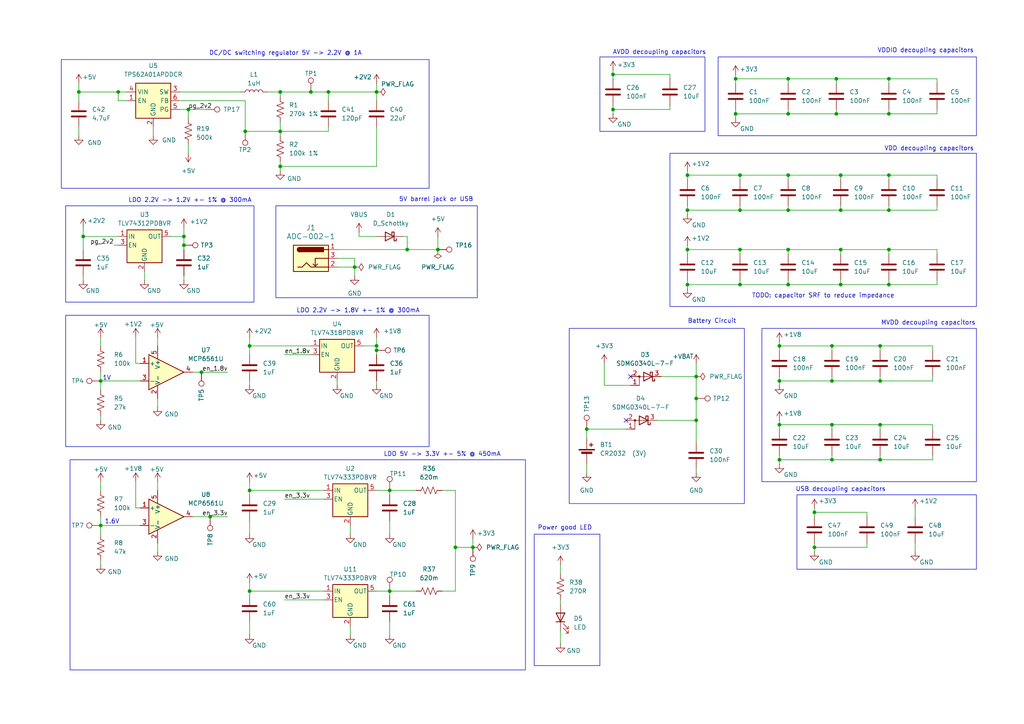
<source format=kicad_sch>
(kicad_sch (version 20250114) (generator "eeschema") (generator_version "9.0")
  (paper "A4")
  (rectangle (start 165.1 95.25) (end 215.9 146.05))
  (rectangle (start 154.94 154.94) (end 173.99 193.04))
  (rectangle (start 19.05 91.44) (end 124.46 129.54))
  (rectangle (start 173.99 16.51) (end 204.47 38.1))
  (rectangle (start 231.14 143.51) (end 283.21 165.1))
  (rectangle (start 220.98 95.25) (end 283.21 139.7))
  (rectangle (start 80.01 59.69) (end 138.43 86.36))
  (rectangle (start 19.05 59.69) (end 73.66 87.63))
  (rectangle (start 20.32 133.35) (end 152.4 194.31))
  (rectangle (start 208.28 16.51) (end 283.21 39.37))
  (rectangle (start 17.78 17.272) (end 124.46 54.61))
  (rectangle (start 194.31 44.45) (end 283.21 88.9))
  (text "LDO 2.2V -> 1.8V +- 1% @ 300mA" (at 103.886 90.17 0) (effects (font (size 1.27 1.27))))
  (text "5V barrel jack or USB" (at 126.492 57.912 0) (effects (font (size 1.27 1.27))))
  (text "TODO: capacitor SRF to reduce impedance" (at 238.76 85.852 0) (effects (font (size 1.27 1.27))))
  (text "VDD decoupling capacitors" (at 269.494 43.18 0) (effects (font (size 1.27 1.27))))
  (text "Power good LED" (at 163.83 153.162 0) (effects (font (size 1.27 1.27))))
  (text "USB decoupling capacitors" (at 243.84 141.986 0) (effects (font (size 1.27 1.27))))
  (text "LDO 2.2V -> 1.2V +- 1% @ 300mA" (at 55.118 58.166 0) (effects (font (size 1.27 1.27))))
  (text "Battery Circuit" (at 206.502 93.218 0) (effects (font (size 1.27 1.27))))
  (text "1.6V" (at 32.512 151.384 0) (effects (font (size 1.27 1.27))))
  (text "DC/DC switching regulator 5V -> 2.2V @ 1A" (at 82.804 15.494 0) (effects (font (size 1.27 1.27))))
  (text "MVDD decoupling capacitors" (at 269.24 93.726 0) (effects (font (size 1.27 1.27))))
  (text "AVDD decoupling capacitors" (at 191.262 15.24 0) (effects (font (size 1.27 1.27))))
  (text "VDDIO decoupling capacitors" (at 268.478 14.732 0) (effects (font (size 1.27 1.27))))
  (text "LDO 5V -> 3.3V +- 5% @ 450mA" (at 128.27 131.826 0) (effects (font (size 1.27 1.27))))
  (text "1V" (at 30.988 109.728 0) (effects (font (size 1.27 1.27))))
  (junction (at 243.84 60.96))
  (junction (at 53.34 68.58))
  (junction (at 243.84 82.55))
  (junction (at 228.6 50.8))
  (junction (at 201.93 121.92))
  (junction (at 213.36 33.02))
  (junction (at 257.81 82.55))
  (junction (at 228.6 72.39))
  (junction (at 113.03 171.45))
  (junction (at 228.6 82.55))
  (junction (at 243.84 50.8))
  (junction (at 226.06 100.33))
  (junction (at 72.39 171.45))
  (junction (at 199.39 72.39))
  (junction (at 214.63 60.96))
  (junction (at 177.8 31.75))
  (junction (at 22.86 26.67))
  (junction (at 214.63 72.39))
  (junction (at 201.93 115.57))
  (junction (at 60.96 149.86))
  (junction (at 34.29 26.67))
  (junction (at 241.3 133.35))
  (junction (at 201.93 109.22))
  (junction (at 242.57 33.02))
  (junction (at 90.17 26.67))
  (junction (at 53.34 71.12))
  (junction (at 29.21 152.4))
  (junction (at 226.06 110.49))
  (junction (at 109.22 100.33))
  (junction (at 214.63 82.55))
  (junction (at 127 72.39))
  (junction (at 226.06 133.35))
  (junction (at 81.28 38.1))
  (junction (at 54.61 31.75))
  (junction (at 226.06 123.19))
  (junction (at 199.39 50.8))
  (junction (at 71.12 38.1))
  (junction (at 118.11 72.39))
  (junction (at 228.6 22.86))
  (junction (at 255.27 110.49))
  (junction (at 242.57 22.86))
  (junction (at 257.81 72.39))
  (junction (at 199.39 60.96))
  (junction (at 81.28 48.26))
  (junction (at 170.18 124.46))
  (junction (at 213.36 22.86))
  (junction (at 255.27 123.19))
  (junction (at 228.6 33.02))
  (junction (at 72.39 100.33))
  (junction (at 95.25 26.67))
  (junction (at 257.81 22.86))
  (junction (at 137.16 158.75))
  (junction (at 255.27 100.33))
  (junction (at 236.22 158.75))
  (junction (at 255.27 133.35))
  (junction (at 199.39 82.55))
  (junction (at 132.08 158.75))
  (junction (at 177.8 21.59))
  (junction (at 257.81 33.02))
  (junction (at 241.3 123.19))
  (junction (at 29.21 110.49))
  (junction (at 257.81 60.96))
  (junction (at 236.22 148.59))
  (junction (at 24.13 68.58))
  (junction (at 58.42 107.95))
  (junction (at 113.03 142.24))
  (junction (at 81.28 26.67))
  (junction (at 102.87 77.47))
  (junction (at 228.6 60.96))
  (junction (at 72.39 142.24))
  (junction (at 109.22 101.6))
  (junction (at 109.22 26.67))
  (junction (at 241.3 110.49))
  (junction (at 243.84 72.39))
  (junction (at 257.81 50.8))
  (junction (at 241.3 100.33))
  (junction (at 214.63 50.8))
  (no_connect (at 181.61 121.92))
  (no_connect (at 182.88 109.22))
  (wire (pts (xy 55.88 149.86) (xy 60.96 149.86)))
  (wire (pts (xy 228.6 33.02) (xy 228.6 31.75)))
  (wire (pts (xy 177.8 21.59) (xy 194.31 21.59)))
  (wire (pts (xy 228.6 50.8) (xy 214.63 50.8)))
  (wire (pts (xy 271.78 22.86) (xy 257.81 22.86)))
  (wire (pts (xy 257.81 33.02) (xy 271.78 33.02)))
  (wire (pts (xy 34.29 29.21) (xy 34.29 26.67)))
  (wire (pts (xy 241.3 110.49) (xy 241.3 109.22)))
  (wire (pts (xy 118.11 68.58) (xy 116.84 68.58)))
  (wire (pts (xy 257.81 50.8) (xy 271.78 50.8)))
  (wire (pts (xy 59.69 31.75) (xy 54.61 31.75)))
  (wire (pts (xy 255.27 110.49) (xy 255.27 109.22)))
  (wire (pts (xy 199.39 60.96) (xy 199.39 62.23)))
  (wire (pts (xy 52.07 29.21) (xy 71.12 29.21)))
  (wire (pts (xy 162.56 182.88) (xy 162.56 186.69)))
  (wire (pts (xy 24.13 68.58) (xy 24.13 72.39)))
  (wire (pts (xy 199.39 60.96) (xy 214.63 60.96)))
  (wire (pts (xy 236.22 158.75) (xy 236.22 160.02)))
  (wire (pts (xy 95.25 26.67) (xy 109.22 26.67)))
  (wire (pts (xy 54.61 41.91) (xy 54.61 44.45)))
  (wire (pts (xy 228.6 60.96) (xy 243.84 60.96)))
  (wire (pts (xy 34.29 26.67) (xy 36.83 26.67)))
  (wire (pts (xy 81.28 38.1) (xy 81.28 39.37)))
  (wire (pts (xy 132.08 158.75) (xy 137.16 158.75)))
  (wire (pts (xy 243.84 50.8) (xy 243.84 52.07)))
  (wire (pts (xy 60.96 149.86) (xy 66.04 149.86)))
  (wire (pts (xy 29.21 152.4) (xy 40.64 152.4)))
  (wire (pts (xy 270.51 123.19) (xy 255.27 123.19)))
  (wire (pts (xy 71.12 29.21) (xy 71.12 38.1)))
  (wire (pts (xy 226.06 99.06) (xy 226.06 100.33)))
  (wire (pts (xy 29.21 152.4) (xy 29.21 154.94)))
  (wire (pts (xy 33.02 71.12) (xy 34.29 71.12)))
  (wire (pts (xy 177.8 20.32) (xy 177.8 21.59)))
  (wire (pts (xy 194.31 21.59) (xy 194.31 22.86)))
  (wire (pts (xy 228.6 22.86) (xy 213.36 22.86)))
  (wire (pts (xy 40.64 105.41) (xy 39.37 105.41)))
  (wire (pts (xy 53.34 68.58) (xy 53.34 71.12)))
  (wire (pts (xy 72.39 171.45) (xy 72.39 172.72)))
  (wire (pts (xy 97.79 110.49) (xy 97.79 111.76)))
  (wire (pts (xy 257.81 82.55) (xy 257.81 81.28)))
  (wire (pts (xy 257.81 72.39) (xy 243.84 72.39)))
  (wire (pts (xy 226.06 121.92) (xy 226.06 123.19)))
  (wire (pts (xy 243.84 82.55) (xy 243.84 81.28)))
  (wire (pts (xy 81.28 46.99) (xy 81.28 48.26)))
  (wire (pts (xy 242.57 33.02) (xy 257.81 33.02)))
  (wire (pts (xy 81.28 35.56) (xy 81.28 38.1)))
  (wire (pts (xy 255.27 123.19) (xy 255.27 124.46)))
  (wire (pts (xy 102.87 77.47) (xy 102.87 80.01)))
  (wire (pts (xy 214.63 82.55) (xy 228.6 82.55)))
  (wire (pts (xy 213.36 33.02) (xy 228.6 33.02)))
  (wire (pts (xy 90.17 26.67) (xy 95.25 26.67)))
  (wire (pts (xy 255.27 110.49) (xy 270.51 110.49)))
  (wire (pts (xy 255.27 133.35) (xy 270.51 133.35)))
  (wire (pts (xy 177.8 30.48) (xy 177.8 31.75)))
  (wire (pts (xy 118.11 72.39) (xy 118.11 68.58)))
  (wire (pts (xy 109.22 97.79) (xy 109.22 100.33)))
  (wire (pts (xy 257.81 73.66) (xy 257.81 72.39)))
  (wire (pts (xy 41.91 78.74) (xy 41.91 81.28)))
  (wire (pts (xy 213.36 33.02) (xy 213.36 34.29)))
  (wire (pts (xy 228.6 50.8) (xy 228.6 52.07)))
  (wire (pts (xy 29.21 107.95) (xy 29.21 110.49)))
  (wire (pts (xy 241.3 133.35) (xy 255.27 133.35)))
  (wire (pts (xy 255.27 133.35) (xy 255.27 132.08)))
  (wire (pts (xy 24.13 68.58) (xy 34.29 68.58)))
  (wire (pts (xy 128.27 171.45) (xy 132.08 171.45)))
  (wire (pts (xy 265.43 147.32) (xy 265.43 149.86)))
  (wire (pts (xy 241.3 123.19) (xy 241.3 124.46)))
  (wire (pts (xy 257.81 72.39) (xy 271.78 72.39)))
  (wire (pts (xy 82.55 102.87) (xy 90.17 102.87)))
  (wire (pts (xy 251.46 148.59) (xy 251.46 149.86)))
  (wire (pts (xy 109.22 101.6) (xy 109.22 102.87)))
  (wire (pts (xy 82.55 173.99) (xy 93.98 173.99)))
  (wire (pts (xy 226.06 110.49) (xy 226.06 111.76)))
  (wire (pts (xy 22.86 36.83) (xy 22.86 39.37)))
  (wire (pts (xy 109.22 171.45) (xy 113.03 171.45)))
  (wire (pts (xy 127 72.39) (xy 127 68.58)))
  (wire (pts (xy 228.6 72.39) (xy 214.63 72.39)))
  (wire (pts (xy 44.45 36.83) (xy 44.45 39.37)))
  (wire (pts (xy 109.22 142.24) (xy 113.03 142.24)))
  (wire (pts (xy 255.27 123.19) (xy 241.3 123.19)))
  (wire (pts (xy 77.47 26.67) (xy 81.28 26.67)))
  (wire (pts (xy 29.21 97.79) (xy 29.21 100.33)))
  (wire (pts (xy 162.56 163.83) (xy 162.56 166.37)))
  (wire (pts (xy 201.93 121.92) (xy 201.93 128.27)))
  (wire (pts (xy 191.77 109.22) (xy 201.93 109.22)))
  (wire (pts (xy 177.8 21.59) (xy 177.8 22.86)))
  (wire (pts (xy 29.21 120.65) (xy 29.21 121.92)))
  (wire (pts (xy 97.79 77.47) (xy 102.87 77.47)))
  (wire (pts (xy 101.6 152.4) (xy 101.6 154.94)))
  (wire (pts (xy 242.57 22.86) (xy 242.57 24.13)))
  (wire (pts (xy 236.22 147.32) (xy 236.22 148.59)))
  (wire (pts (xy 81.28 48.26) (xy 81.28 49.53)))
  (wire (pts (xy 228.6 82.55) (xy 228.6 81.28)))
  (wire (pts (xy 226.06 133.35) (xy 226.06 134.62)))
  (wire (pts (xy 199.39 81.28) (xy 199.39 82.55)))
  (wire (pts (xy 236.22 158.75) (xy 251.46 158.75)))
  (wire (pts (xy 242.57 22.86) (xy 228.6 22.86)))
  (wire (pts (xy 81.28 26.67) (xy 81.28 27.94)))
  (wire (pts (xy 36.83 29.21) (xy 34.29 29.21)))
  (wire (pts (xy 52.07 26.67) (xy 69.85 26.67)))
  (wire (pts (xy 213.36 31.75) (xy 213.36 33.02)))
  (wire (pts (xy 271.78 50.8) (xy 271.78 52.07)))
  (wire (pts (xy 201.93 115.57) (xy 201.93 121.92)))
  (wire (pts (xy 53.34 71.12) (xy 53.34 72.39)))
  (wire (pts (xy 137.16 156.21) (xy 137.16 158.75)))
  (wire (pts (xy 241.3 123.19) (xy 226.06 123.19)))
  (wire (pts (xy 40.64 147.32) (xy 39.37 147.32)))
  (wire (pts (xy 257.81 82.55) (xy 271.78 82.55)))
  (wire (pts (xy 29.21 162.56) (xy 29.21 163.83)))
  (wire (pts (xy 132.08 171.45) (xy 132.08 158.75)))
  (wire (pts (xy 72.39 142.24) (xy 72.39 143.51)))
  (wire (pts (xy 105.41 100.33) (xy 109.22 100.33)))
  (wire (pts (xy 113.03 171.45) (xy 113.03 172.72)))
  (wire (pts (xy 29.21 110.49) (xy 29.21 113.03)))
  (wire (pts (xy 102.87 74.93) (xy 102.87 77.47)))
  (wire (pts (xy 132.08 142.24) (xy 132.08 158.75)))
  (wire (pts (xy 271.78 72.39) (xy 271.78 73.66)))
  (wire (pts (xy 214.63 60.96) (xy 228.6 60.96)))
  (wire (pts (xy 39.37 97.79) (xy 39.37 105.41)))
  (wire (pts (xy 243.84 72.39) (xy 228.6 72.39)))
  (wire (pts (xy 39.37 139.7) (xy 39.37 147.32)))
  (wire (pts (xy 213.36 21.59) (xy 213.36 22.86)))
  (wire (pts (xy 109.22 100.33) (xy 109.22 101.6)))
  (wire (pts (xy 214.63 60.96) (xy 214.63 59.69)))
  (wire (pts (xy 228.6 60.96) (xy 228.6 59.69)))
  (wire (pts (xy 97.79 74.93) (xy 102.87 74.93)))
  (wire (pts (xy 257.81 60.96) (xy 257.81 59.69)))
  (wire (pts (xy 72.39 184.15) (xy 72.39 180.34)))
  (wire (pts (xy 34.29 26.67) (xy 22.86 26.67)))
  (wire (pts (xy 241.3 110.49) (xy 255.27 110.49)))
  (wire (pts (xy 177.8 31.75) (xy 194.31 31.75)))
  (wire (pts (xy 270.51 133.35) (xy 270.51 132.08)))
  (wire (pts (xy 45.72 139.7) (xy 45.72 142.24)))
  (wire (pts (xy 109.22 24.13) (xy 109.22 26.67)))
  (wire (pts (xy 199.39 59.69) (xy 199.39 60.96)))
  (wire (pts (xy 162.56 173.99) (xy 162.56 175.26)))
  (wire (pts (xy 113.03 151.13) (xy 113.03 154.94)))
  (wire (pts (xy 72.39 100.33) (xy 90.17 100.33)))
  (wire (pts (xy 72.39 171.45) (xy 93.98 171.45)))
  (wire (pts (xy 201.93 105.41) (xy 201.93 109.22)))
  (wire (pts (xy 236.22 157.48) (xy 236.22 158.75)))
  (wire (pts (xy 22.86 26.67) (xy 22.86 29.21)))
  (wire (pts (xy 199.39 49.53) (xy 199.39 50.8)))
  (wire (pts (xy 243.84 72.39) (xy 243.84 73.66)))
  (wire (pts (xy 175.26 111.76) (xy 182.88 111.76)))
  (wire (pts (xy 201.93 109.22) (xy 201.93 115.57)))
  (wire (pts (xy 190.5 121.92) (xy 201.93 121.92)))
  (wire (pts (xy 24.13 66.04) (xy 24.13 68.58)))
  (wire (pts (xy 72.39 168.91) (xy 72.39 171.45)))
  (wire (pts (xy 257.81 60.96) (xy 271.78 60.96)))
  (wire (pts (xy 54.61 34.29) (xy 54.61 31.75)))
  (wire (pts (xy 214.63 50.8) (xy 199.39 50.8)))
  (wire (pts (xy 45.72 115.57) (xy 45.72 118.11)))
  (wire (pts (xy 270.51 110.49) (xy 270.51 109.22)))
  (wire (pts (xy 113.03 171.45) (xy 120.65 171.45)))
  (wire (pts (xy 170.18 124.46) (xy 181.61 124.46)))
  (wire (pts (xy 53.34 80.01) (xy 53.34 81.28)))
  (wire (pts (xy 54.61 31.75) (xy 52.07 31.75)))
  (wire (pts (xy 226.06 123.19) (xy 226.06 124.46)))
  (wire (pts (xy 24.13 80.01) (xy 24.13 81.28)))
  (wire (pts (xy 214.63 72.39) (xy 199.39 72.39)))
  (wire (pts (xy 251.46 158.75) (xy 251.46 157.48)))
  (wire (pts (xy 175.26 111.76) (xy 175.26 105.41)))
  (wire (pts (xy 257.81 22.86) (xy 242.57 22.86)))
  (wire (pts (xy 236.22 148.59) (xy 236.22 149.86)))
  (wire (pts (xy 228.6 22.86) (xy 228.6 24.13)))
  (wire (pts (xy 72.39 111.76) (xy 72.39 110.49)))
  (wire (pts (xy 226.06 109.22) (xy 226.06 110.49)))
  (wire (pts (xy 104.14 68.58) (xy 109.22 68.58)))
  (wire (pts (xy 95.25 26.67) (xy 95.25 29.21)))
  (wire (pts (xy 270.51 100.33) (xy 270.51 101.6)))
  (wire (pts (xy 118.11 72.39) (xy 127 72.39)))
  (wire (pts (xy 241.3 100.33) (xy 226.06 100.33)))
  (wire (pts (xy 214.63 72.39) (xy 214.63 73.66)))
  (wire (pts (xy 29.21 149.86) (xy 29.21 152.4)))
  (wire (pts (xy 53.34 66.04) (xy 53.34 68.58)))
  (wire (pts (xy 199.39 50.8) (xy 199.39 52.07)))
  (wire (pts (xy 270.51 123.19) (xy 270.51 124.46)))
  (wire (pts (xy 243.84 82.55) (xy 257.81 82.55)))
  (wire (pts (xy 72.39 102.87) (xy 72.39 100.33)))
  (wire (pts (xy 257.81 33.02) (xy 257.81 31.75)))
  (wire (pts (xy 214.63 82.55) (xy 214.63 81.28)))
  (wire (pts (xy 45.72 97.79) (xy 45.72 100.33)))
  (wire (pts (xy 201.93 135.89) (xy 201.93 137.16)))
  (wire (pts (xy 128.27 142.24) (xy 132.08 142.24)))
  (wire (pts (xy 226.06 132.08) (xy 226.06 133.35)))
  (wire (pts (xy 243.84 50.8) (xy 228.6 50.8)))
  (wire (pts (xy 170.18 127) (xy 170.18 124.46)))
  (wire (pts (xy 55.88 107.95) (xy 58.42 107.95)))
  (wire (pts (xy 228.6 33.02) (xy 242.57 33.02)))
  (wire (pts (xy 265.43 157.48) (xy 265.43 160.02)))
  (wire (pts (xy 199.39 71.12) (xy 199.39 72.39)))
  (wire (pts (xy 242.57 33.02) (xy 242.57 31.75)))
  (wire (pts (xy 95.25 38.1) (xy 95.25 36.83)))
  (wire (pts (xy 81.28 26.67) (xy 90.17 26.67)))
  (wire (pts (xy 113.03 180.34) (xy 113.03 184.15)))
  (wire (pts (xy 226.06 133.35) (xy 241.3 133.35)))
  (wire (pts (xy 199.39 82.55) (xy 199.39 83.82)))
  (wire (pts (xy 113.03 142.24) (xy 113.03 143.51)))
  (wire (pts (xy 81.28 38.1) (xy 95.25 38.1)))
  (wire (pts (xy 82.55 144.78) (xy 93.98 144.78)))
  (wire (pts (xy 243.84 60.96) (xy 243.84 59.69)))
  (wire (pts (xy 271.78 24.13) (xy 271.78 22.86)))
  (wire (pts (xy 213.36 22.86) (xy 213.36 24.13)))
  (wire (pts (xy 71.12 38.1) (xy 81.28 38.1)))
  (wire (pts (xy 271.78 33.02) (xy 271.78 31.75)))
  (wire (pts (xy 255.27 100.33) (xy 241.3 100.33)))
  (wire (pts (xy 109.22 26.67) (xy 109.22 29.21)))
  (wire (pts (xy 199.39 82.55) (xy 214.63 82.55)))
  (wire (pts (xy 255.27 100.33) (xy 255.27 101.6)))
  (wire (pts (xy 109.22 48.26) (xy 81.28 48.26)))
  (wire (pts (xy 257.81 22.86) (xy 257.81 24.13)))
  (wire (pts (xy 97.79 72.39) (xy 118.11 72.39)))
  (wire (pts (xy 271.78 82.55) (xy 271.78 81.28)))
  (wire (pts (xy 72.39 97.79) (xy 72.39 100.33)))
  (wire (pts (xy 45.72 157.48) (xy 45.72 160.02)))
  (wire (pts (xy 72.39 154.94) (xy 72.39 151.13)))
  (wire (pts (xy 226.06 100.33) (xy 226.06 101.6)))
  (wire (pts (xy 228.6 82.55) (xy 243.84 82.55)))
  (wire (pts (xy 241.3 100.33) (xy 241.3 101.6)))
  (wire (pts (xy 29.21 139.7) (xy 29.21 142.24)))
  (wire (pts (xy 251.46 148.59) (xy 236.22 148.59)))
  (wire (pts (xy 257.81 50.8) (xy 243.84 50.8)))
  (wire (pts (xy 243.84 60.96) (xy 257.81 60.96)))
  (wire (pts (xy 109.22 36.83) (xy 109.22 48.26)))
  (wire (pts (xy 228.6 72.39) (xy 228.6 73.66)))
  (wire (pts (xy 72.39 139.7) (xy 72.39 142.24)))
  (wire (pts (xy 104.14 67.31) (xy 104.14 68.58)))
  (wire (pts (xy 177.8 31.75) (xy 177.8 33.02)))
  (wire (pts (xy 241.3 133.35) (xy 241.3 132.08)))
  (wire (pts (xy 109.22 110.49) (xy 109.22 111.76)))
  (wire (pts (xy 199.39 72.39) (xy 199.39 73.66)))
  (wire (pts (xy 22.86 24.13) (xy 22.86 26.67)))
  (wire (pts (xy 101.6 181.61) (xy 101.6 184.15)))
  (wire (pts (xy 257.81 52.07) (xy 257.81 50.8)))
  (wire (pts (xy 226.06 110.49) (xy 241.3 110.49)))
  (wire (pts (xy 72.39 142.24) (xy 93.98 142.24)))
  (wire (pts (xy 113.03 142.24) (xy 120.65 142.24)))
  (wire (pts (xy 271.78 60.96) (xy 271.78 59.69)))
  (wire (pts (xy 49.53 68.58) (xy 53.34 68.58)))
  (wire (pts (xy 270.51 100.33) (xy 255.27 100.33)))
  (wire (pts (xy 29.21 110.49) (xy 40.64 110.49)))
  (wire (pts (xy 214.63 50.8) (xy 214.63 52.07)))
  (wire (pts (xy 170.18 134.62) (xy 170.18 137.16)))
  (wire (pts (xy 194.31 30.48) (xy 194.31 31.75)))
  (wire (pts (xy 58.42 107.95) (xy 66.04 107.95)))
  (label "en_3.3v" (at 82.55 173.99 0))
  (label "en_1.8v" (at 66.04 107.95 180))
  (label "pg_2v2" (at 33.02 71.12 180))
  (label "en_3.3v" (at 82.55 144.78 0))
  (label "en_1.8v" (at 82.55 102.87 0))
  (label "en_3.3v" (at 66.04 149.86 180))
  (label "pg_2v2" (at 54.61 31.75 0))
  (symbol (lib_id "Device:R_US") (at 124.46 171.45 90) (unit 1)
    (property "Reference" "R37" (at 124.46 165.1 90))
    (property "Value" "620m" (at 124.46 167.64 90))
    (property "Description" "Resistor, US symbol" (effects (hide yes)))
  )
  (symbol (lib_id "power:+3V0") (at 24.13 66.04 0) (unit 1)
    (property "Reference" "#PWR034" (effects (hide yes)))
    (property "Value" "+2V2" (at 27.94 64.008 0))
    (property "Description" "Power symbol creates a global label with name \"+3V0\"" (effects (hide yes)))
  )
  (symbol (lib_id "power:GND") (at 236.22 160.02 0) (unit 1)
    (property "Reference" "#PWR082" (effects (hide yes)))
    (property "Value" "GND" (at 239.522 163.068 0))
    (property "Description" "Power symbol creates a global label with name \"GND\" , ground" (effects (hide yes)))
  )
  (symbol (lib_id "Device:C") (at 241.3 105.41 0) (unit 1)
    (property "Reference" "C19" (at 245.11 104.1399 0) (effects (justify left)))
    (property "Value" "100nF" (at 245.11 106.6799 0) (effects (justify left)))
    (property "Description" "Unpolarized capacitor" (effects (hide yes)))
  )
  (symbol (lib_id "Device:C") (at 257.81 77.47 0) (unit 1)
    (property "Reference" "C16" (at 261.62 76.1999 0) (effects (justify left)))
    (property "Value" "10uF" (at 261.62 78.7399 0) (effects (justify left)))
    (property "Description" "Unpolarized capacitor" (effects (hide yes)))
  )
  (symbol (lib_id "Connector:TestPoint") (at 109.22 101.6 270) (unit 1)
    (property "Reference" "TP6" (at 114.046 101.6 90) (effects (justify left)))
    (property "Value" "TestPoint" (effects (hide yes)))
    (property "Description" "test point" (effects (hide yes)))
  )
  (symbol (lib_id "power:VBUS") (at 104.14 67.31 0) (unit 1)
    (property "Reference" "#PWR093" (effects (hide yes)))
    (property "Value" "VBUS" (at 104.14 62.23 0))
    (property "Description" "Power symbol creates a global label with name \"VBUS\"" (effects (hide yes)))
  )
  (symbol (lib_id "Regulator_Linear:TLV70233_SOT23-5") (at 101.6 144.78 0) (unit 1)
    (property "Reference" "U2" (at 101.6 135.89 0))
    (property "Value" "TLV74333PDBVR" (at 101.6 138.43 0))
    (property "Footprint" "Package_TO_SOT_SMD:SOT-23-5" (effects (hide yes)))
    (property "Datasheet" "https://www.ti.com/general/docs/suppproductinfo.tsp?distId=10&gotoUrl=https%3A%2F%2Fwww.ti.com%2Flit%2Fgpn%2Ftlv743p" (effects (hide yes)))
    (property "Description" "IC REG LINEAR 3.3V 300MA SOT23-5" (effects (hide yes)))
    (property "Digikey" "https://www.digikey.com/en/products/detail/texas-instruments/TLV74333PDBVR/7593927?s=N4IgTCBcDaICoBkBqB2ALAZiwBQCICEkQBdAXyA" (effects (hide yes)))
    (property "Mfr." "Texas Instruments" (effects (hide yes)))
    (property "Mfr. P/N" "TLV74333PDBVR" (effects (hide yes)))
  )
  (symbol (lib_id "Device:C") (at 72.39 106.68 0) (unit 1)
    (property "Reference" "C39" (at 76.2 105.4099 0) (effects (justify left)))
    (property "Value" "1uF" (at 76.2 107.9499 0) (effects (justify left)))
    (property "Description" "Unpolarized capacitor" (effects (hide yes)))
  )
  (symbol (lib_id "Device:C") (at 214.63 77.47 0) (unit 1)
    (property "Reference" "C13" (at 218.44 76.1999 0) (effects (justify left)))
    (property "Value" "10uF" (at 218.44 78.7399 0) (effects (justify left)))
    (property "Description" "Unpolarized capacitor" (effects (hide yes)))
  )
  (symbol (lib_id "Device:R_US") (at 29.21 116.84 0) (unit 1)
    (property "Reference" "R5" (at 33.02 115.5699 0) (effects (justify left)))
    (property "Value" "27k" (at 33.02 118.1099 0) (effects (justify left)))
    (property "Description" "Resistor, US symbol" (effects (hide yes)))
  )
  (symbol (lib_id "power:PWR_FLAG") (at 201.93 109.22 270) (unit 1)
    (property "Reference" "#FLG05" (effects (hide yes)))
    (property "Value" "PWR_FLAG" (at 205.74 109.2199 90) (effects (justify left)))
    (property "Description" "Special symbol for telling ERC where power comes from" (effects (hide yes)))
  )
  (symbol (lib_id "power:GND") (at 177.8 33.02 0) (unit 1)
    (property "Reference" "#PWR016" (effects (hide yes)))
    (property "Value" "GND" (at 181.102 36.068 0))
    (property "Description" "Power symbol creates a global label with name \"GND\" , ground" (effects (hide yes)))
  )
  (symbol (lib_id "Device:R_US") (at 124.46 142.24 90) (unit 1)
    (property "Reference" "R36" (at 124.46 135.89 90))
    (property "Value" "620m" (at 124.46 138.43 90))
    (property "Description" "Resistor, US symbol" (effects (hide yes)))
  )
  (symbol (lib_id "power:+1V2") (at 53.34 66.04 0) (unit 1)
    (property "Reference" "#PWR022" (effects (hide yes)))
    (property "Value" "+1V2" (at 57.658 64.262 0))
    (property "Description" "Power symbol creates a global label with name \"+1V2\"" (effects (hide yes)))
  )
  (symbol (lib_id "power:GND") (at 22.86 39.37 0) (unit 1)
    (property "Reference" "#PWR035" (effects (hide yes)))
    (property "Value" "GND" (at 27.432 41.402 0))
    (property "Description" "Power symbol creates a global label with name \"GND\" , ground" (effects (hide yes)))
  )
  (symbol (lib_id "Device:R_US") (at 29.21 146.05 0) (unit 1)
    (property "Reference" "R7" (at 33.02 144.7799 0) (effects (justify left)))
    (property "Value" "100k" (at 33.02 147.3199 0) (effects (justify left)))
    (property "Description" "Resistor, US symbol" (effects (hide yes)))
  )
  (symbol (lib_id "Device:Battery_Cell") (at 170.18 132.08 0) (unit 1)
    (property "Reference" "BT1" (at 173.99 128.9684 0) (effects (justify left)))
    (property "Value" "CR2032  (3V)" (at 173.99 131.5084 0) (effects (justify left)))
    (property "Datasheet" "https://mm.digikey.com/Volume0/opasdata/d220001/medias/docus/7568/BH-25C-1.pdf" (effects (hide yes)))
    (property "Description" "Battery Holder (Open) Coin, 20.0mm 1 Cell PC Pin" (effects (hide yes)))
    (property "Digikey" "https://www.digikey.com/en/products/detail/adam-tech/BH-25C-1/13537703" (effects (hide yes)))
    (property "Mfr." "Adam Tech" (effects (hide yes)))
    (property "Mfr. P/N" "BH-25C-1" (effects (hide yes)))
  )
  (symbol (lib_id "power:+3V3") (at 201.93 105.41 0) (unit 1)
    (property "Reference" "#PWR044" (effects (hide yes)))
    (property "Value" "+VBAT" (at 198.12 103.378 0))
    (property "Description" "Power symbol creates a global label with name \"+3V3\"" (effects (hide yes)))
  )
  (symbol (lib_id "Device:C") (at 24.13 76.2 0) (unit 1)
    (property "Reference" "C35" (at 27.94 74.9299 0) (effects (justify left)))
    (property "Value" "1uF" (at 27.94 77.4699 0) (effects (justify left)))
    (property "Description" "Unpolarized capacitor" (effects (hide yes)))
  )
  (symbol (lib_id "Regulator_Linear:TLV70233_SOT23-5") (at 101.6 173.99 0) (unit 1)
    (property "Reference" "U11" (at 101.6 165.1 0))
    (property "Value" "TLV74333PDBVR" (at 101.6 167.64 0))
    (property "Footprint" "Package_TO_SOT_SMD:SOT-23-5" (effects (hide yes)))
    (property "Datasheet" "https://www.ti.com/general/docs/suppproductinfo.tsp?distId=10&gotoUrl=https%3A%2F%2Fwww.ti.com%2Flit%2Fgpn%2Ftlv743p" (effects (hide yes)))
    (property "Description" "IC REG LINEAR 3.3V 300MA SOT23-5" (effects (hide yes)))
    (property "Digikey" "https://www.digikey.com/en/products/detail/texas-instruments/TLV74333PDBVR/7593927?s=N4IgTCBcDaICoBkBqB2ALAZiwBQCICEkQBdAXyA" (effects (hide yes)))
    (property "Mfr." "Texas Instruments" (effects (hide yes)))
    (property "Mfr. P/N" "TLV74333PDBVR" (effects (hide yes)))
  )
  (symbol (lib_id "power:PWR_FLAG") (at 127 72.39 180) (unit 1)
    (property "Reference" "#FLG07" (effects (hide yes)))
    (property "Value" "PWR_FLAG" (at 127 77.47 0))
    (property "Description" "Special symbol for telling ERC where power comes from" (effects (hide yes)))
  )
  (symbol (lib_id "power:+3V0") (at 72.39 97.79 0) (unit 1)
    (property "Reference" "#PWR033" (effects (hide yes)))
    (property "Value" "+2V2" (at 76.2 96.012 0))
    (property "Description" "Power symbol creates a global label with name \"+3V0\"" (effects (hide yes)))
  )
  (symbol (lib_id "power:GND") (at 53.34 81.28 0) (unit 1)
    (property "Reference" "#PWR023" (effects (hide yes)))
    (property "Value" "GND" (at 56.134 84.328 0))
    (property "Description" "Power symbol creates a global label with name \"GND\" , ground" (effects (hide yes)))
  )
  (symbol (lib_id "power:GND") (at 29.21 163.83 0) (unit 1)
    (property "Reference" "#PWR053" (effects (hide yes)))
    (property "Value" "GND" (at 33.274 165.862 0))
    (property "Description" "Power symbol creates a global label with name \"GND\" , ground" (effects (hide yes)))
  )
  (symbol (lib_id "power:+5V") (at 45.72 97.79 0) (unit 1)
    (property "Reference" "#PWR051" (effects (hide yes)))
    (property "Value" "+5V" (at 45.466 94.234 0))
    (property "Description" "Power symbol creates a global label with name \"+5V\"" (effects (hide yes)))
  )
  (symbol (lib_id "Connector:TestPoint") (at 60.96 149.86 180) (unit 1)
    (property "Reference" "TP8" (at 60.96 154.686 90) (effects (justify left)))
    (property "Value" "TestPoint" (effects (hide yes)))
    (property "Description" "test point" (effects (hide yes)))
  )
  (symbol (lib_id "Device:D_Schottky") (at 113.03 68.58 180) (unit 1)
    (property "Reference" "D1" (at 113.3475 62.23 0))
    (property "Value" "D_Schottky" (at 113.3475 64.77 0))
    (property "Description" "Schottky diode" (effects (hide yes)))
  )
  (symbol (lib_id "power:PWR_FLAG") (at 109.22 26.67 270) (unit 1)
    (property "Reference" "#FLG01" (effects (hide yes)))
    (property "Value" "PWR_FLAG" (at 110.49 24.384 90) (effects (justify left)))
    (property "Description" "Special symbol for telling ERC where power comes from" (effects (hide yes)))
  )
  (symbol (lib_id "power:GND") (at 72.39 184.15 0) (unit 1)
    (property "Reference" "#PWR0130" (effects (hide yes)))
    (property "Value" "GND" (at 75.184 187.198 0))
    (property "Description" "Power symbol creates a global label with name \"GND\" , ground" (effects (hide yes)))
  )
  (symbol (lib_id "Device:R_US") (at 29.21 158.75 0) (unit 1)
    (property "Reference" "R8" (at 33.02 157.4799 0) (effects (justify left)))
    (property "Value" "47k" (at 33.02 160.0199 0) (effects (justify left)))
    (property "Description" "Resistor, US symbol" (effects (hide yes)))
  )
  (symbol (lib_id "power:GND") (at 72.39 154.94 0) (unit 1)
    (property "Reference" "#PWR020" (effects (hide yes)))
    (property "Value" "GND" (at 75.184 157.988 0))
    (property "Description" "Power symbol creates a global label with name \"GND\" , ground" (effects (hide yes)))
  )
  (symbol (lib_id "Device:C") (at 257.81 55.88 0) (unit 1)
    (property "Reference" "C10" (at 261.62 54.6099 0) (effects (justify left)))
    (property "Value" "100nF" (at 261.62 57.1499 0) (effects (justify left)))
    (property "Description" "Unpolarized capacitor" (effects (hide yes)))
  )
  (symbol (lib_id "Device:C") (at 95.25 33.02 0) (unit 1)
    (property "Reference" "C41" (at 99.06 31.7499 0) (effects (justify left)))
    (property "Value" "120pF" (at 99.06 34.2899 0) (effects (justify left)))
    (property "Description" "Unpolarized capacitor" (effects (hide yes)))
  )
  (symbol (lib_id "power:GND") (at 226.06 111.76 0) (unit 1)
    (property "Reference" "#PWR011" (effects (hide yes)))
    (property "Value" "GND" (at 229.362 114.808 0))
    (property "Description" "Power symbol creates a global label with name \"GND\" , ground" (effects (hide yes)))
  )
  (symbol (lib_id "power:GND") (at 199.39 83.82 0) (unit 1)
    (property "Reference" "#PWR07" (effects (hide yes)))
    (property "Value" "GND" (at 202.692 86.868 0))
    (property "Description" "Power symbol creates a global label with name \"GND\" , ground" (effects (hide yes)))
  )
  (symbol (lib_id "Device:C") (at 199.39 55.88 0) (unit 1)
    (property "Reference" "C6" (at 203.2 54.6099 0) (effects (justify left)))
    (property "Value" "100nF" (at 203.2 57.1499 0) (effects (justify left)))
    (property "Description" "Unpolarized capacitor" (effects (hide yes)))
  )
  (symbol (lib_id "Regulator_Linear:TLV70233_SOT23-5") (at 41.91 71.12 0) (unit 1)
    (property "Reference" "U3" (at 41.91 62.23 0))
    (property "Value" "TLV74312PDBVR" (at 41.91 64.77 0))
    (property "Footprint" "Package_TO_SOT_SMD:SOT-23-5" (effects (hide yes)))
    (property "Datasheet" "https://www.ti.com/general/docs/suppproductinfo.tsp?distId=10&gotoUrl=https%3A%2F%2Fwww.ti.com%2Flit%2Fgpn%2Ftlv743p" (effects (hide yes)))
    (property "Description" "IC REG LINEAR 1.2V 300MA SOT23-5" (effects (hide yes)))
    (property "Digikey" "https://www.digikey.com/en/products/detail/texas-instruments/TLV74312PDBVR/7593920" (effects (hide yes)))
    (property "Mfr." "Texas Instruments" (effects (hide yes)))
    (property "Mfr. P/N" "TLV74312PDBVR" (effects (hide yes)))
  )
  (symbol (lib_id "Device:C") (at 194.31 26.67 0) (unit 1)
    (property "Reference" "C27" (at 198.12 25.3999 0) (effects (justify left)))
    (property "Value" "10uF" (at 198.12 27.9399 0) (effects (justify left)))
    (property "Description" "Unpolarized capacitor" (effects (hide yes)))
  )
  (symbol (lib_id "power:+1V8") (at 226.06 99.06 0) (unit 1)
    (property "Reference" "#PWR012" (effects (hide yes)))
    (property "Value" "+1V8" (at 229.87 97.028 0))
    (property "Description" "Power symbol creates a global label with name \"+1V8\"" (effects (hide yes)))
  )
  (symbol (lib_id "Connector:TestPoint") (at 29.21 110.49 90) (unit 1)
    (property "Reference" "TP4" (at 24.384 110.49 90) (effects (justify left)))
    (property "Value" "TestPoint" (effects (hide yes)))
    (property "Description" "test point" (effects (hide yes)))
  )
  (symbol (lib_id "power:GND") (at 24.13 81.28 0) (unit 1)
    (property "Reference" "#PWR024" (effects (hide yes)))
    (property "Value" "GND" (at 26.924 84.328 0))
    (property "Description" "Power symbol creates a global label with name \"GND\" , ground" (effects (hide yes)))
  )
  (symbol (lib_id "power:+1V2") (at 39.37 139.7 0) (unit 1)
    (property "Reference" "#PWR054" (effects (hide yes)))
    (property "Value" "+1V8" (at 38.608 135.89 0))
    (property "Description" "Power symbol creates a global label with name \"+1V2\"" (effects (hide yes)))
  )
  (symbol (lib_id "power:GND") (at 41.91 81.28 0) (unit 1)
    (property "Reference" "#PWR025" (effects (hide yes)))
    (property "Value" "GND" (at 44.704 84.328 0))
    (property "Description" "Power symbol creates a global label with name \"GND\" , ground" (effects (hide yes)))
  )
  (symbol (lib_id "power:+5V") (at 45.72 139.7 0) (unit 1)
    (property "Reference" "#PWR058" (effects (hide yes)))
    (property "Value" "+5V" (at 45.466 136.144 0))
    (property "Description" "Power symbol creates a global label with name \"+5V\"" (effects (hide yes)))
  )
  (symbol (lib_id "power:+3V3") (at 177.8 20.32 0) (unit 1)
    (property "Reference" "#PWR019" (effects (hide yes)))
    (property "Value" "+3V3" (at 181.61 18.796 0))
    (property "Description" "Power symbol creates a global label with name \"+3V3\"" (effects (hide yes)))
  )
  (symbol (lib_id "power:GND") (at 113.03 154.94 0) (unit 1)
    (property "Reference" "#PWR021" (effects (hide yes)))
    (property "Value" "GND" (at 115.824 157.988 0))
    (property "Description" "Power symbol creates a global label with name \"GND\" , ground" (effects (hide yes)))
  )
  (symbol (lib_id "Device:C") (at 53.34 76.2 0) (unit 1)
    (property "Reference" "C32" (at 57.15 74.9299 0) (effects (justify left)))
    (property "Value" "1uF" (at 57.15 77.4699 0) (effects (justify left)))
    (property "Description" "Unpolarized capacitor" (effects (hide yes)))
  )
  (symbol (lib_id "Connector:TestPoint") (at 71.12 38.1 180) (unit 1)
    (property "Reference" "TP2" (at 72.898 43.434 0) (effects (justify left)))
    (property "Description" "test point" (effects (hide yes)))
  )
  (symbol (lib_id "Device:C") (at 213.36 27.94 0) (unit 1)
    (property "Reference" "C1" (at 217.17 26.6699 0) (effects (justify left)))
    (property "Value" "100nF" (at 217.17 29.2099 0) (effects (justify left)))
    (property "Description" "Unpolarized capacitor" (effects (hide yes)))
  )
  (symbol (lib_id "Device:C") (at 201.93 132.08 0) (unit 1)
    (property "Reference" "C30" (at 205.74 130.8099 0) (effects (justify left)))
    (property "Value" "100nF" (at 205.74 133.3499 0) (effects (justify left)))
    (property "Description" "Unpolarized capacitor" (effects (hide yes)))
  )
  (symbol (lib_id "Device:C") (at 177.8 26.67 0) (unit 1)
    (property "Reference" "C26" (at 181.61 25.3999 0) (effects (justify left)))
    (property "Value" "100nF" (at 181.61 27.9399 0) (effects (justify left)))
    (property "Description" "Unpolarized capacitor" (effects (hide yes)))
  )
  (symbol (lib_id "Device:R_US") (at 162.56 170.18 0) (unit 1)
    (property "Reference" "R38" (at 165.1 168.9099 0) (effects (justify left)))
    (property "Value" "270R" (at 165.1 171.4499 0) (effects (justify left)))
    (property "Description" "Resistor, US symbol" (effects (hide yes)))
  )
  (symbol (lib_id "power:+5V") (at 72.39 168.91 0) (unit 1)
    (property "Reference" "#PWR0129" (effects (hide yes)))
    (property "Value" "+5V" (at 75.438 167.132 0))
    (property "Description" "Power symbol creates a global label with name \"+5V\"" (effects (hide yes)))
  )
  (symbol (lib_id "Connector:TestPoint") (at 58.42 107.95 180) (unit 1)
    (property "Reference" "TP5" (at 58.42 112.776 90) (effects (justify left)))
    (property "Value" "TestPoint" (effects (hide yes)))
    (property "Description" "test point" (effects (hide yes)))
  )
  (symbol (lib_id "Device:C") (at 271.78 27.94 0) (unit 1)
    (property "Reference" "C5" (at 275.59 26.6699 0) (effects (justify left)))
    (property "Value" "100nF" (at 275.59 29.2099 0) (effects (justify left)))
    (property "Description" "Unpolarized capacitor" (effects (hide yes)))
  )
  (symbol (lib_id "power:PWR_FLAG") (at 102.87 77.47 270) (unit 1)
    (property "Reference" "#FLG03" (effects (hide yes)))
    (property "Value" "PWR_FLAG" (at 106.68 77.4699 90) (effects (justify left)))
    (property "Description" "Special symbol for telling ERC where power comes from" (effects (hide yes)))
  )
  (symbol (lib_id "power:+5V") (at 54.61 44.45 180) (unit 1)
    (property "Reference" "#PWR0148" (effects (hide yes)))
    (property "Value" "+5V" (at 54.61 49.53 0))
    (property "Description" "Power symbol creates a global label with name \"+5V\"" (effects (hide yes)))
  )
  (symbol (lib_id "Device:R_US") (at 54.61 38.1 0) (unit 1)
    (property "Reference" "R19" (at 56.896 37.338 0) (effects (justify left)))
    (property "Value" "500k" (at 56.896 39.878 0) (effects (justify left)))
    (property "Description" "Resistor, US symbol" (effects (hide yes)))
  )
  (symbol (lib_id "power:+1V8") (at 226.06 121.92 0) (unit 1)
    (property "Reference" "#PWR010" (effects (hide yes)))
    (property "Value" "+1V8" (at 229.87 119.888 0))
    (property "Description" "Power symbol creates a global label with name \"+1V8\"" (effects (hide yes)))
  )
  (symbol (lib_id "power:GND") (at 101.6 154.94 0) (unit 1)
    (property "Reference" "#PWR018" (effects (hide yes)))
    (property "Value" "GND" (at 104.394 157.988 0))
    (property "Description" "Power symbol creates a global label with name \"GND\" , ground" (effects (hide yes)))
  )
  (symbol (lib_id "power:+5V") (at 72.39 139.7 0) (unit 1)
    (property "Reference" "#PWR037" (effects (hide yes)))
    (property "Value" "+5V" (at 75.438 137.922 0))
    (property "Description" "Power symbol creates a global label with name \"+5V\"" (effects (hide yes)))
  )
  (symbol (lib_id "Device:C") (at 241.3 128.27 0) (unit 1)
    (property "Reference" "C23" (at 245.11 126.9999 0) (effects (justify left)))
    (property "Value" "10uF" (at 245.11 129.5399 0) (effects (justify left)))
    (property "Description" "Unpolarized capacitor" (effects (hide yes)))
  )
  (symbol (lib_id "power:+1V2") (at 199.39 49.53 0) (unit 1)
    (property "Reference" "#PWR05" (effects (hide yes)))
    (property "Value" "+1V2" (at 203.2 47.498 0))
    (property "Description" "Power symbol creates a global label with name \"+1V2\"" (effects (hide yes)))
  )
  (symbol (lib_id "power:GND") (at 213.36 34.29 0) (unit 1)
    (property "Reference" "#PWR02" (effects (hide yes)))
    (property "Value" "GND" (at 216.662 37.338 0))
    (property "Description" "Power symbol creates a global label with name \"GND\" , ground" (effects (hide yes)))
  )
  (symbol (lib_id "power:GND") (at 226.06 134.62 0) (unit 1)
    (property "Reference" "#PWR013" (effects (hide yes)))
    (property "Value" "GND" (at 229.362 137.668 0))
    (property "Description" "Power symbol creates a global label with name \"GND\" , ground" (effects (hide yes)))
  )
  (symbol (lib_id "Device:C") (at 214.63 55.88 0) (unit 1)
    (property "Reference" "C7" (at 218.44 54.6099 0) (effects (justify left)))
    (property "Value" "100nF" (at 218.44 57.1499 0) (effects (justify left)))
    (property "Description" "Unpolarized capacitor" (effects (hide yes)))
  )
  (symbol (lib_id "power:+3V3") (at 137.16 156.21 0) (unit 1)
    (property "Reference" "#PWR036" (effects (hide yes)))
    (property "Value" "+3V3" (at 140.97 154.686 0))
    (property "Description" "Power symbol creates a global label with name \"+3V3\"" (effects (hide yes)))
  )
  (symbol (lib_id "Device:C") (at 271.78 77.47 0) (unit 1)
    (property "Reference" "C17" (at 275.59 76.1999 0) (effects (justify left)))
    (property "Value" "10uF" (at 275.59 78.7399 0) (effects (justify left)))
    (property "Description" "Unpolarized capacitor" (effects (hide yes)))
  )
  (symbol (lib_id "Device:C") (at 72.39 176.53 0) (unit 1)
    (property "Reference" "C60" (at 76.2 175.2599 0) (effects (justify left)))
    (property "Value" "1uF" (at 76.2 177.7999 0) (effects (justify left)))
    (property "Description" "Unpolarized capacitor" (effects (hide yes)))
  )
  (symbol (lib_id "Connector:TestPoint") (at 113.03 142.24 0) (unit 1)
    (property "Reference" "TP11" (at 113.03 137.414 0) (effects (justify left)))
    (property "Value" "TestPoint" (effects (hide yes)))
    (property "Description" "test point" (effects (hide yes)))
  )
  (symbol (lib_id "Device:C") (at 243.84 55.88 0) (unit 1)
    (property "Reference" "C9" (at 247.65 54.6099 0) (effects (justify left)))
    (property "Value" "100nF" (at 247.65 57.1499 0) (effects (justify left)))
    (property "Description" "Unpolarized capacitor" (effects (hide yes)))
  )
  (symbol (lib_id "project_symbols:ADC-002-1") (at 85.09 71.12 0) (unit 1)
    (property "Reference" "J1" (at 90.17 66.04 0) (effects (font (size 1.524 1.524))))
    (property "Value" "ADC-002-1" (at 90.17 68.58 0) (effects (font (size 1.524 1.524))))
    (property "Footprint" "project_footprints:JACK_ADC-002-x_ADM" (effects (hide yes)))
    (property "Datasheet" "https://app.adam-tech.com/products/download/data_sheet/203725/adc-002-x-data-sheet.pdf" (effects (hide yes)))
    (property "Description" "DC Barrel Jack 2mm ID 6.4mm OD" (effects (hide yes)))
    (property "Digikey" "https://www.digikey.com/en/products/detail/adam-tech/ADC-002-1/21710741" (effects (hide yes)))
    (property "Mfr." "Adam Tech" (effects (hide yes)))
    (property "Mfr. P/N" "ADC-002-1" (effects (hide yes)))
  )
  (symbol (lib_id "power:GND") (at 170.18 137.16 0) (unit 1)
    (property "Reference" "#PWR043" (effects (hide yes)))
    (property "Value" "GND" (at 170.18 142.24 0))
    (property "Description" "Power symbol creates a global label with name \"GND\" , ground" (effects (hide yes)))
  )
  (symbol (lib_id "Device:C") (at 270.51 128.27 0) (unit 1)
    (property "Reference" "C25" (at 274.32 126.9999 0) (effects (justify left)))
    (property "Value" "10uF" (at 274.32 129.5399 0) (effects (justify left)))
    (property "Description" "Unpolarized capacitor" (effects (hide yes)))
  )
  (symbol (lib_id "power:GND") (at 29.21 121.92 0) (unit 1)
    (property "Reference" "#PWR055" (effects (hide yes)))
    (property "Value" "GND" (at 33.274 123.952 0))
    (property "Description" "Power symbol creates a global label with name \"GND\" , ground" (effects (hide yes)))
  )
  (symbol (lib_id "power:+3V3") (at 213.36 21.59 0) (unit 1)
    (property "Reference" "#PWR015" (effects (hide yes)))
    (property "Value" "+3V3" (at 217.17 20.066 0))
    (property "Description" "Power symbol creates a global label with name \"+3V3\"" (effects (hide yes)))
  )
  (symbol (lib_id "power:+1V2") (at 39.37 97.79 0) (unit 1)
    (property "Reference" "#PWR056" (effects (hide yes)))
    (property "Value" "+1V2" (at 38.608 93.98 0))
    (property "Description" "Power symbol creates a global label with name \"+1V2\"" (effects (hide yes)))
  )
  (symbol (lib_id "power:+1V8") (at 265.43 147.32 0) (unit 1)
    (property "Reference" "#PWR083" (effects (hide yes)))
    (property "Value" "+1V2" (at 269.24 145.288 0))
    (property "Description" "Power symbol creates a global label with name \"+1V8\"" (effects (hide yes)))
  )
  (symbol (lib_id "power:GND") (at 201.93 137.16 0) (unit 1)
    (property "Reference" "#PWR042" (effects (hide yes)))
    (property "Value" "GND" (at 201.93 142.24 0))
    (property "Description" "Power symbol creates a global label with name \"GND\" , ground" (effects (hide yes)))
  )
  (symbol (lib_id "Device:C") (at 113.03 176.53 0) (unit 1)
    (property "Reference" "C61" (at 116.84 175.2599 0) (effects (justify left)))
    (property "Value" "1uF" (at 116.84 177.7999 0) (effects (justify left)))
    (property "Description" "Unpolarized capacitor" (effects (hide yes)))
  )
  (symbol (lib_id "Device:C") (at 271.78 55.88 0) (unit 1)
    (property "Reference" "C11" (at 275.59 54.6099 0) (effects (justify left)))
    (property "Value" "100nF" (at 275.59 57.1499 0) (effects (justify left)))
    (property "Description" "Unpolarized capacitor" (effects (hide yes)))
  )
  (symbol (lib_id "Device:C") (at 242.57 27.94 0) (unit 1)
    (property "Reference" "C3" (at 246.38 26.6699 0) (effects (justify left)))
    (property "Value" "100nF" (at 246.38 29.2099 0) (effects (justify left)))
    (property "Description" "Unpolarized capacitor" (effects (hide yes)))
  )
  (symbol (lib_id "power:GND") (at 162.56 186.69 0) (unit 1)
    (property "Reference" "#PWR0132" (effects (hide yes)))
    (property "Value" "GND" (at 166.37 188.722 0))
    (property "Description" "Power symbol creates a global label with name \"GND\" , ground" (effects (hide yes)))
  )
  (symbol (lib_id "Device:C") (at 72.39 147.32 0) (unit 1)
    (property "Reference" "C29" (at 76.2 146.0499 0) (effects (justify left)))
    (property "Value" "1uF" (at 76.2 148.5899 0) (effects (justify left)))
    (property "Description" "Unpolarized capacitor" (effects (hide yes)))
  )
  (symbol (lib_id "power:GND") (at 102.87 80.01 0) (unit 1)
    (property "Reference" "#PWR0139" (effects (hide yes)))
    (property "Value" "GND" (at 102.87 85.09 0))
    (property "Description" "Power symbol creates a global label with name \"GND\" , ground" (effects (hide yes)))
  )
  (symbol (lib_id "Connector:TestPoint") (at 170.18 124.46 0) (unit 1)
    (property "Reference" "TP13" (at 170.18 119.634 90) (effects (justify left)))
    (property "Value" "TestPoint" (effects (hide yes)))
    (property "Description" "test point" (effects (hide yes)))
  )
  (symbol (lib_id "power:GND") (at 265.43 160.02 0) (unit 1)
    (property "Reference" "#PWR084" (effects (hide yes)))
    (property "Value" "GND" (at 268.732 163.068 0))
    (property "Description" "Power symbol creates a global label with name \"GND\" , ground" (effects (hide yes)))
  )
  (symbol (lib_id "power:+1V2") (at 199.39 71.12 0) (unit 1)
    (property "Reference" "#PWR08" (effects (hide yes)))
    (property "Value" "+1V2" (at 203.2 69.088 0))
    (property "Description" "Power symbol creates a global label with name \"+1V2\"" (effects (hide yes)))
  )
  (symbol (lib_id "power:+5V") (at 22.86 24.13 0) (unit 1)
    (property "Reference" "#PWR014" (effects (hide yes)))
    (property "Value" "+5V" (at 25.908 22.352 0))
    (property "Description" "Power symbol creates a global label with name \"+5V\"" (effects (hide yes)))
  )
  (symbol (lib_id "power:GND") (at 109.22 111.76 0) (unit 1)
    (property "Reference" "#PWR027" (effects (hide yes)))
    (property "Value" "GND" (at 112.014 114.808 0))
    (property "Description" "Power symbol creates a global label with name \"GND\" , ground" (effects (hide yes)))
  )
  (symbol (lib_id "Connector:TestPoint") (at 29.21 152.4 90) (unit 1)
    (property "Reference" "TP7" (at 24.384 152.4 90) (effects (justify left)))
    (property "Value" "TestPoint" (effects (hide yes)))
    (property "Description" "test point" (effects (hide yes)))
  )
  (symbol (lib_id "Connector:TestPoint") (at 201.93 115.57 270) (unit 1)
    (property "Reference" "TP12" (at 206.756 115.57 90) (effects (justify left)))
    (property "Value" "TestPoint" (effects (hide yes)))
    (property "Description" "test point" (effects (hide yes)))
  )
  (symbol (lib_id "Device:C") (at 265.43 153.67 0) (unit 1)
    (property "Reference" "C48" (at 269.24 152.3999 0) (effects (justify left)))
    (property "Value" "10uF" (at 269.24 154.9399 0) (effects (justify left)))
    (property "Description" "Unpolarized capacitor" (effects (hide yes)))
  )
  (symbol (lib_id "Device:C") (at 228.6 27.94 0) (unit 1)
    (property "Reference" "C2" (at 232.41 26.6699 0) (effects (justify left)))
    (property "Value" "100nF" (at 232.41 29.2099 0) (effects (justify left)))
    (property "Description" "Unpolarized capacitor" (effects (hide yes)))
  )
  (symbol (lib_id "Device:C") (at 22.86 33.02 0) (unit 1)
    (property "Reference" "C42" (at 26.67 31.7499 0) (effects (justify left)))
    (property "Value" "4.7uF" (at 26.67 34.2899 0) (effects (justify left)))
    (property "Description" "Unpolarized capacitor" (effects (hide yes)))
  )
  (symbol (lib_id "Device:LED") (at 162.56 179.07 90) (unit 1)
    (property "Reference" "D5" (at 166.37 179.3874 90) (effects (justify right)))
    (property "Value" "LED" (at 166.37 181.9274 90) (effects (justify right)))
    (property "Description" "Light emitting diode" (effects (hide yes)))
    (property "Sim.Pins" "1=K 2=A" (effects (hide yes)))
  )
  (symbol (lib_id "power:GND") (at 81.28 49.53 0) (unit 1)
    (property "Reference" "#PWR031" (effects (hide yes)))
    (property "Value" "GND" (at 85.344 51.816 0))
    (property "Description" "Power symbol creates a global label with name \"GND\" , ground" (effects (hide yes)))
  )
  (symbol (lib_id "power:GND") (at 97.79 111.76 0) (unit 1)
    (property "Reference" "#PWR029" (effects (hide yes)))
    (property "Value" "GND" (at 100.584 114.808 0))
    (property "Description" "Power symbol creates a global label with name \"GND\" , ground" (effects (hide yes)))
  )
  (symbol (lib_id "Device:C") (at 109.22 33.02 0) (unit 1)
    (property "Reference" "C40" (at 113.03 31.7499 0) (effects (justify left)))
    (property "Value" "22uF" (at 113.03 34.2899 0) (effects (justify left)))
    (property "Description" "Unpolarized capacitor" (effects (hide yes)))
  )
  (symbol (lib_id "power:+3V0") (at 109.22 24.13 0) (unit 1)
    (property "Reference" "#PWR032" (effects (hide yes)))
    (property "Value" "+2V2" (at 105.156 22.352 0))
    (property "Description" "Power symbol creates a global label with name \"+3V0\"" (effects (hide yes)))
  )
  (symbol (lib_id "Device:C") (at 228.6 55.88 0) (unit 1)
    (property "Reference" "C8" (at 232.41 54.6099 0) (effects (justify left)))
    (property "Value" "100nF" (at 232.41 57.1499 0) (effects (justify left)))
    (property "Description" "Unpolarized capacitor" (effects (hide yes)))
  )
  (symbol (lib_id "Connector:TestPoint") (at 113.03 171.45 0) (unit 1)
    (property "Reference" "TP10" (at 113.03 166.624 0) (effects (justify left)))
    (property "Value" "TestPoint" (effects (hide yes)))
    (property "Description" "test point" (effects (hide yes)))
  )
  (symbol (lib_id "Regulator_Linear:TLV70233_SOT23-5") (at 97.79 102.87 0) (unit 1)
    (property "Reference" "U4" (at 97.79 93.98 0))
    (property "Value" "TLV74318PDBVR" (at 97.79 96.52 0))
    (property "Footprint" "Package_TO_SOT_SMD:SOT-23-5" (effects (hide yes)))
    (property "Datasheet" "https://www.ti.com/general/docs/suppproductinfo.tsp?distId=10&gotoUrl=https%3A%2F%2Fwww.ti.com%2Flit%2Fgpn%2Ftlv743p" (effects (hide yes)))
    (property "Description" "IC REG LINEAR 1.8V 300MA SOT23-5" (effects (hide yes)))
    (property "Digikey" "https://www.digikey.com/en/products/detail/texas-instruments/TLV74318PDBVR/7593922?s=N4IgTCBcDaICoBkBqB2ALAZgIwA4AKAIgEJIgC6AvkA" (effects (hide yes)))
    (property "Mfr." "Texas Instruments" (effects (hide yes)))
    (property "Mfr. P/N" "TLV74318PDBVR" (effects (hide yes)))
  )
  (symbol (lib_id "Regulator_Switching:TPS62A01APDDC") (at 44.45 29.21 0) (unit 1)
    (property "Reference" "U5" (at 44.45 19.05 0))
    (property "Value" "TPS62A01APDDCR" (at 44.45 21.59 0))
    (property "Footprint" "Package_TO_SOT_SMD:SOT-23-6" (effects (hide yes)))
    (property "Datasheet" "https://www.ti.com/lit/ds/symlink/tps62a01a.pdf" (effects (hide yes)))
    (property "Description" "Buck Switching Regulator IC Positive Adjustable 0.6V 1 Output 1A SOT-23-6 Thin, TSOT-23-6" (effects (hide yes)))
    (property "Digikey" "https://www.digikey.com/en/products/detail/texas-instruments/TPS62A01APDDCR/24708516" (effects (hide yes)))
    (property "Mfr." "Texas Instruments" (effects (hide yes)))
    (property "Mfr. P/N" "TPS62A01APDDCR" (effects (hide yes)))
  )
  (symbol (lib_id "power:GND") (at 101.6 184.15 0) (unit 1)
    (property "Reference" "#PWR0131" (effects (hide yes)))
    (property "Value" "GND" (at 104.394 187.198 0))
    (property "Description" "Power symbol creates a global label with name \"GND\" , ground" (effects (hide yes)))
  )
  (symbol (lib_id "power:GND") (at 199.39 62.23 0) (unit 1)
    (property "Reference" "#PWR06" (effects (hide yes)))
    (property "Value" "GND" (at 202.692 65.278 0))
    (property "Description" "Power symbol creates a global label with name \"GND\" , ground" (effects (hide yes)))
  )
  (symbol (lib_id "Device:C") (at 199.39 77.47 0) (unit 1)
    (property "Reference" "C12" (at 203.2 76.1999 0) (effects (justify left)))
    (property "Value" "10uF" (at 203.2 78.7399 0) (effects (justify left)))
    (property "Description" "Unpolarized capacitor" (effects (hide yes)))
  )
  (symbol (lib_id "Device:C") (at 257.81 27.94 0) (unit 1)
    (property "Reference" "C4" (at 261.62 26.6699 0) (effects (justify left)))
    (property "Value" "100nF" (at 261.62 29.2099 0) (effects (justify left)))
    (property "Description" "Unpolarized capacitor" (effects (hide yes)))
  )
  (symbol (lib_id "power:+3V3") (at 175.26 105.41 0) (unit 1)
    (property "Reference" "#PWR041" (effects (hide yes)))
    (property "Value" "+3V3" (at 175.26 100.33 0))
    (property "Description" "Power symbol creates a global label with name \"+3V3\"" (effects (hide yes)))
  )
  (symbol (lib_id "power:+1V2") (at 109.22 97.79 0) (unit 1)
    (property "Reference" "#PWR026" (effects (hide yes)))
    (property "Value" "+1V8" (at 113.792 96.012 0))
    (property "Description" "Power symbol creates a global label with name \"+1V2\"" (effects (hide yes)))
  )
  (symbol (lib_id "Device:C") (at 243.84 77.47 0) (unit 1)
    (property "Reference" "C15" (at 247.65 76.1999 0) (effects (justify left)))
    (property "Value" "10uF" (at 247.65 78.7399 0) (effects (justify left)))
    (property "Description" "Unpolarized capacitor" (effects (hide yes)))
  )
  (symbol (lib_id "Device:C") (at 255.27 128.27 0) (unit 1)
    (property "Reference" "C24" (at 259.08 126.9999 0) (effects (justify left)))
    (property "Value" "10uF" (at 259.08 129.5399 0) (effects (justify left)))
    (property "Description" "Unpolarized capacitor" (effects (hide yes)))
  )
  (symbol (lib_id "Device:C") (at 226.06 128.27 0) (unit 1)
    (property "Reference" "C22" (at 229.87 126.9999 0) (effects (justify left)))
    (property "Value" "10uF" (at 229.87 129.5399 0) (effects (justify left)))
    (property "Description" "Unpolarized capacitor" (effects (hide yes)))
  )
  (symbol (lib_id "power:GND") (at 44.45 39.37 0) (unit 1)
    (property "Reference" "#PWR030" (effects (hide yes)))
    (property "Value" "GND" (at 49.022 40.64 0))
    (property "Description" "Power symbol creates a global label with name \"GND\" , ground" (effects (hide yes)))
  )
  (symbol (lib_id "Device:R_US") (at 81.28 31.75 0) (unit 1)
    (property "Reference" "R1" (at 83.82 30.4799 0) (effects (justify left)))
    (property "Value" "270k 1%" (at 83.82 33.0199 0) (effects (justify left)))
    (property "Description" "Resistor, US symbol" (effects (hide yes)))
  )
  (symbol (lib_id "Connector:TestPoint") (at 53.34 71.12 270) (unit 1)
    (property "Reference" "TP3" (at 58.166 71.12 90) (effects (justify left)))
    (property "Value" "TestPoint" (effects (hide yes)))
    (property "Description" "test point" (effects (hide yes)))
  )
  (symbol (lib_id "Comparator:MCP6561U") (at 48.26 149.86 0) (unit 1)
    (property "Reference" "U8" (at 59.69 143.4398 0))
    (property "Value" "MCP6561U" (at 59.69 145.9798 0))
    (property "Footprint" "Package_TO_SOT_SMD:SOT-23-5" (effects (hide yes)))
    (property "Datasheet" "http://ww1.microchip.com/downloads/en/DeviceDoc/MCP6561-1R-1U-2-4-1.8V-Low-Power-Push-Pull-Output-Comparator-DS20002139E.pdf" (effects (hide yes)))
    (property "Description" "IC COMPARATOR GEN PUR 1 SOT23-5" (effects (hide yes)))
    (property "Digikey" "https://www.digikey.com/en/products/detail/3peak/LMV331X-S5TR/24397045" (effects (hide yes)))
    (property "Mfr." "3PEAK" (effects (hide yes)))
    (property "Mfr. P/N" "LMV331X-S5TR" (effects (hide yes)))
  )
  (symbol (lib_id "Device:C") (at 270.51 105.41 0) (unit 1)
    (property "Reference" "C21" (at 274.32 104.1399 0) (effects (justify left)))
    (property "Value" "100nF" (at 274.32 106.6799 0) (effects (justify left)))
    (property "Description" "Unpolarized capacitor" (effects (hide yes)))
  )
  (symbol (lib_id "Device:D_Schottky_AAK") (at 186.69 121.92 180) (unit 1)
    (property "Reference" "D4" (at 185.801 115.57 0))
    (property "Value" "SDMG0340L-7-F" (at 185.801 118.11 0))
    (property "Footprint" "Package_TO_SOT_SMD:SOT-323_SC-70_Handsoldering" (effects (hide yes)))
    (property "Datasheet" "https://www.diodes.com/assets/Datasheets/ds30248.pdf" (effects (hide yes)))
    (property "Description" "DIODE SCHOTTKY 40V 30MA SOT323" (effects (hide yes)))
    (property "Digikey" "https://www.digikey.com/en/products/detail/diodes-incorporated/SDMG0340L-7-F/814724" (effects (hide yes)))
    (property "Mfr." "Diodes Incorporated" (effects (hide yes)))
    (property "Mfr. P/N" "SDMG0340L-7-F" (effects (hide yes)))
  )
  (symbol (lib_id "Device:C") (at 236.22 153.67 0) (unit 1)
    (property "Reference" "C47" (at 240.03 152.3999 0) (effects (justify left)))
    (property "Value" "100nF" (at 240.03 154.9399 0) (effects (justify left)))
    (property "Description" "Unpolarized capacitor" (effects (hide yes)))
  )
  (symbol (lib_id "Connector:TestPoint") (at 137.16 158.75 180) (unit 1)
    (property "Reference" "TP9" (at 137.16 163.576 90) (effects (justify left)))
    (property "Value" "TestPoint" (effects (hide yes)))
    (property "Description" "test point" (effects (hide yes)))
  )
  (symbol (lib_id "power:GND") (at 45.72 118.11 0) (unit 1)
    (property "Reference" "#PWR050" (effects (hide yes)))
    (property "Value" "GND" (at 49.784 120.142 0))
    (property "Description" "Power symbol creates a global label with name \"GND\" , ground" (effects (hide yes)))
  )
  (symbol (lib_id "power:GND") (at 113.03 184.15 0) (unit 1)
    (property "Reference" "#PWR0133" (effects (hide yes)))
    (property "Value" "GND" (at 115.824 187.198 0))
    (property "Description" "Power symbol creates a global label with name \"GND\" , ground" (effects (hide yes)))
  )
  (symbol (lib_id "Comparator:MCP6561U") (at 48.26 107.95 0) (unit 1)
    (property "Reference" "U7" (at 59.69 101.5298 0))
    (property "Value" "MCP6561U" (at 59.69 104.0698 0))
    (property "Footprint" "Package_TO_SOT_SMD:SOT-23-5" (effects (hide yes)))
    (property "Datasheet" "http://ww1.microchip.com/downloads/en/DeviceDoc/MCP6561-1R-1U-2-4-1.8V-Low-Power-Push-Pull-Output-Comparator-DS20002139E.pdf" (effects (hide yes)))
    (property "Description" "IC COMPARATOR GEN PUR 1 SOT23-5" (effects (hide yes)))
    (property "Digikey" "https://www.digikey.com/en/products/detail/3peak/LMV331X-S5TR/24397045" (effects (hide yes)))
    (property "Mfr." "3PEAK" (effects (hide yes)))
    (property "Mfr. P/N" "LMV331X-S5TR" (effects (hide yes)))
  )
  (symbol (lib_id "Device:C") (at 255.27 105.41 0) (unit 1)
    (property "Reference" "C20" (at 259.08 104.1399 0) (effects (justify left)))
    (property "Value" "100nF" (at 259.08 106.6799 0) (effects (justify left)))
    (property "Description" "Unpolarized capacitor" (effects (hide yes)))
  )
  (symbol (lib_id "power:+3V3") (at 162.56 163.83 0) (unit 1)
    (property "Reference" "#PWR0138" (effects (hide yes)))
    (property "Value" "+3V3" (at 162.56 158.75 0))
    (property "Description" "Power symbol creates a global label with name \"+3V3\"" (effects (hide yes)))
  )
  (symbol (lib_id "Connector:TestPoint") (at 59.69 31.75 270) (unit 1)
    (property "Reference" "TP17" (at 64.77 31.75 90) (effects (justify left)))
    (property "Value" "TestPoint" (effects (hide yes)))
    (property "Description" "test point" (effects (hide yes)))
  )
  (symbol (lib_id "power:GND") (at 72.39 111.76 0) (unit 1)
    (property "Reference" "#PWR028" (effects (hide yes)))
    (property "Value" "GND" (at 75.184 114.808 0))
    (property "Description" "Power symbol creates a global label with name \"GND\" , ground" (effects (hide yes)))
  )
  (symbol (lib_id "Device:R_US") (at 81.28 43.18 0) (unit 1)
    (property "Reference" "R2" (at 83.82 41.9099 0) (effects (justify left)))
    (property "Value" "100k 1%" (at 83.82 44.4499 0) (effects (justify left)))
    (property "Description" "Resistor, US symbol" (effects (hide yes)))
  )
  (symbol (lib_id "Device:C") (at 228.6 77.47 0) (unit 1)
    (property "Reference" "C14" (at 232.41 76.1999 0) (effects (justify left)))
    (property "Value" "10uF" (at 232.41 78.7399 0) (effects (justify left)))
    (property "Description" "Unpolarized capacitor" (effects (hide yes)))
  )
  (symbol (lib_id "Connector:TestPoint") (at 127 72.39 270) (unit 1)
    (property "Reference" "TP16" (at 132.08 71.1199 90) (effects (justify left)))
    (property "Value" "TestPoint" (effects (hide yes)))
    (property "Description" "test point" (effects (hide yes)))
  )
  (symbol (lib_id "Connector:TestPoint") (at 90.17 26.67 0) (unit 1)
    (property "Reference" "TP1" (at 88.392 21.336 0) (effects (justify left)))
    (property "Description" "test point" (effects (hide yes)))
  )
  (symbol (lib_id "power:+1V8") (at 236.22 147.32 0) (unit 1)
    (property "Reference" "#PWR081" (effects (hide yes)))
    (property "Value" "+3V3" (at 240.03 145.288 0))
    (property "Description" "Power symbol creates a global label with name \"+1V8\"" (effects (hide yes)))
  )
  (symbol (lib_id "Device:C") (at 109.22 106.68 0) (unit 1)
    (property "Reference" "C36" (at 113.03 105.4099 0) (effects (justify left)))
    (property "Value" "1uF" (at 113.03 107.9499 0) (effects (justify left)))
    (property "Description" "Unpolarized capacitor" (effects (hide yes)))
  )
  (symbol (lib_id "power:GND") (at 45.72 160.02 0) (unit 1)
    (property "Reference" "#PWR059" (effects (hide yes)))
    (property "Value" "GND" (at 49.784 162.052 0))
    (property "Description" "Power symbol creates a global label with name \"GND\" , ground" (effects (hide yes)))
  )
  (symbol (lib_id "power:+5V") (at 127 68.58 0) (unit 1)
    (property "Reference" "#PWR0145" (effects (hide yes)))
    (property "Value" "+5V" (at 127 63.5 0))
    (property "Description" "Power symbol creates a global label with name \"+5V\"" (effects (hide yes)))
  )
  (symbol (lib_id "Device:C") (at 251.46 153.67 0) (unit 1)
    (property "Reference" "C49" (at 255.27 152.3999 0) (effects (justify left)))
    (property "Value" "100nF" (at 255.27 154.9399 0) (effects (justify left)))
    (property "Description" "Unpolarized capacitor" (effects (hide yes)))
  )
  (symbol (lib_id "Device:C") (at 113.03 147.32 0) (unit 1)
    (property "Reference" "C28" (at 116.84 146.0499 0) (effects (justify left)))
    (property "Value" "1uF" (at 116.84 148.5899 0) (effects (justify left)))
    (property "Description" "Unpolarized capacitor" (effects (hide yes)))
  )
  (symbol (lib_id "Device:D_Schottky_AAK") (at 187.96 109.22 180) (unit 1)
    (property "Reference" "D3" (at 187.071 102.87 0))
    (property "Value" "SDMG0340L-7-F" (at 187.071 105.41 0))
    (property "Footprint" "Package_TO_SOT_SMD:SOT-323_SC-70_Handsoldering" (effects (hide yes)))
    (property "Datasheet" "https://www.diodes.com/assets/Datasheets/ds30248.pdf" (effects (hide yes)))
    (property "Description" "DIODE SCHOTTKY 40V 30MA SOT323" (effects (hide yes)))
    (property "Digikey" "https://www.digikey.com/en/products/detail/diodes-incorporated/SDMG0340L-7-F/814724" (effects (hide yes)))
    (property "Mfr." "Diodes Incorporated" (effects (hide yes)))
    (property "Mfr. P/N" "SDMG0340L-7-F" (effects (hide yes)))
  )
  (symbol (lib_id "power:+5V") (at 29.21 97.79 0) (unit 1)
    (property "Reference" "#PWR057" (effects (hide yes)))
    (property "Value" "+5V" (at 29.21 94.234 0))
    (property "Description" "Power symbol creates a global label with name \"+5V\"" (effects (hide yes)))
  )
  (symbol (lib_id "power:+5V") (at 29.21 139.7 0) (unit 1)
    (property "Reference" "#PWR052" (effects (hide yes)))
    (property "Value" "+5V" (at 29.21 136.144 0))
    (property "Description" "Power symbol creates a global label with name \"+5V\"" (effects (hide yes)))
  )
  (symbol (lib_id "power:PWR_FLAG") (at 137.16 158.75 270) (unit 1)
    (property "Reference" "#FLG04" (effects (hide yes)))
    (property "Value" "PWR_FLAG" (at 140.97 158.7499 90) (effects (justify left)))
    (property "Description" "Special symbol for telling ERC where power comes from" (effects (hide yes)))
  )
  (symbol (lib_id "Device:R_US") (at 29.21 104.14 0) (unit 1)
    (property "Reference" "R6" (at 33.02 102.8699 0) (effects (justify left)))
    (property "Value" "100k" (at 33.02 105.4099 0) (effects (justify left)))
    (property "Description" "Resistor, US symbol" (effects (hide yes)))
  )
  (symbol (lib_id "Device:C") (at 226.06 105.41 0) (unit 1)
    (property "Reference" "C18" (at 229.87 104.1399 0) (effects (justify left)))
    (property "Value" "100nF" (at 229.87 106.6799 0) (effects (justify left)))
    (property "Description" "Unpolarized capacitor" (effects (hide yes)))
  )
  (symbol (lib_id "Device:L") (at 73.66 26.67 90) (unit 1)
    (property "Reference" "L1" (at 73.66 21.59 90))
    (property "Value" "1uH" (at 73.66 24.13 90))
    (property "Description" "Inductor" (effects (hide yes)))
  )
)
</source>
